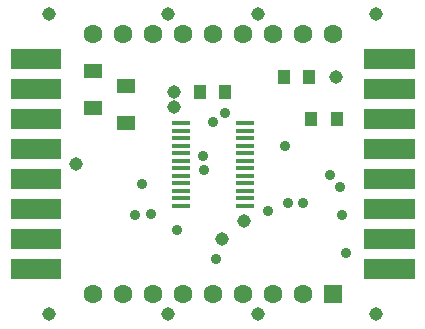
<source format=gbr>
G04 #@! TF.FileFunction,Soldermask,Top*
%FSLAX46Y46*%
G04 Gerber Fmt 4.6, Leading zero omitted, Abs format (unit mm)*
G04 Created by KiCad (PCBNEW (2015-12-09 BZR 6195)-product) date Mon Sep  5 18:49:27 2016*
%MOMM*%
G01*
G04 APERTURE LIST*
%ADD10C,0.100000*%
%ADD11R,1.600000X0.400000*%
%ADD12R,1.600000X1.600000*%
%ADD13C,1.600000*%
%ADD14R,3.302000X1.778000*%
%ADD15R,2.032000X1.778000*%
%ADD16R,1.600000X1.200000*%
%ADD17R,1.100000X1.250000*%
%ADD18R,1.000000X1.300000*%
%ADD19C,1.143000*%
%ADD20C,0.889000*%
G04 APERTURE END LIST*
D10*
D11*
X142080000Y-95567500D03*
X142080000Y-96202500D03*
X142080000Y-96837500D03*
X142080000Y-97472500D03*
X142080000Y-98107500D03*
X142080000Y-98742500D03*
X142080000Y-99377500D03*
X142080000Y-100012500D03*
X142080000Y-100647500D03*
X142080000Y-101282500D03*
X142080000Y-101917500D03*
X142080000Y-102552500D03*
X147480000Y-102552500D03*
X147480000Y-101917500D03*
X147480000Y-101282500D03*
X147480000Y-100647500D03*
X147480000Y-100012500D03*
X147480000Y-99377500D03*
X147480000Y-98742500D03*
X147480000Y-98107500D03*
X147480000Y-97472500D03*
X147480000Y-96837500D03*
X147480000Y-96202500D03*
X147480000Y-95567500D03*
D12*
X154940000Y-110060000D03*
D13*
X152400000Y-110060000D03*
X149860000Y-110060000D03*
X147320000Y-110060000D03*
X144780000Y-110060000D03*
X142240000Y-110060000D03*
X139700000Y-110060000D03*
X137160000Y-110060000D03*
X134620000Y-110060000D03*
X134620000Y-88060000D03*
X137160000Y-88060000D03*
X139700000Y-88060000D03*
X142240000Y-88060000D03*
X144780000Y-88060000D03*
X147320000Y-88060000D03*
X149860000Y-88060000D03*
X152400000Y-88060000D03*
X154940000Y-88060000D03*
D14*
X129286000Y-107950000D03*
X129286000Y-105410000D03*
X129286000Y-102870000D03*
X129286000Y-100330000D03*
X129286000Y-97790000D03*
X129286000Y-95250000D03*
X129286000Y-92710000D03*
D15*
X130937000Y-90170000D03*
X130937000Y-92710000D03*
X130937000Y-95250000D03*
X130937000Y-97790000D03*
X130937000Y-100330000D03*
X130937000Y-102870000D03*
X130937000Y-105410000D03*
X130937000Y-107950000D03*
D14*
X129286000Y-90170000D03*
X160274000Y-90170000D03*
X160274000Y-92710000D03*
X160274000Y-95250000D03*
X160274000Y-97790000D03*
X160274000Y-100330000D03*
X160274000Y-102870000D03*
X160274000Y-105410000D03*
D15*
X158623000Y-107950000D03*
X158623000Y-105410000D03*
X158623000Y-102870000D03*
X158623000Y-100330000D03*
X158623000Y-97790000D03*
X158623000Y-95250000D03*
X158623000Y-92710000D03*
X158623000Y-90170000D03*
D14*
X160274000Y-107950000D03*
D16*
X137414000Y-92380000D03*
X137414000Y-95580000D03*
D17*
X143730000Y-92964000D03*
X145830000Y-92964000D03*
D16*
X134620000Y-91110000D03*
X134620000Y-94310000D03*
D17*
X152942000Y-91694000D03*
X150842000Y-91694000D03*
D18*
X155278000Y-95250000D03*
X153078000Y-95250000D03*
D19*
X148590000Y-111760000D03*
X140970000Y-111760000D03*
X140970000Y-86360000D03*
X148590000Y-86360000D03*
X141478000Y-92964000D03*
X141478000Y-94234000D03*
X145542000Y-105410000D03*
X147447000Y-103886000D03*
X133223000Y-99060000D03*
X158623000Y-111760000D03*
X130937000Y-111760000D03*
X130937000Y-86360000D03*
X158623000Y-86360000D03*
X155194000Y-91694000D03*
D20*
X150876000Y-97536000D03*
X143964052Y-98351948D03*
X156083000Y-106553000D03*
X145097520Y-107061000D03*
X141732006Y-104648000D03*
X144018000Y-99567998D03*
X138811000Y-100711000D03*
X138176000Y-103378000D03*
X139573000Y-103251000D03*
X149479000Y-102997000D03*
X151130000Y-102362000D03*
X152400000Y-102362000D03*
X155702000Y-103378000D03*
X155575000Y-100965000D03*
X154686000Y-99949000D03*
X144780000Y-95504000D03*
X145796000Y-94742000D03*
M02*

</source>
